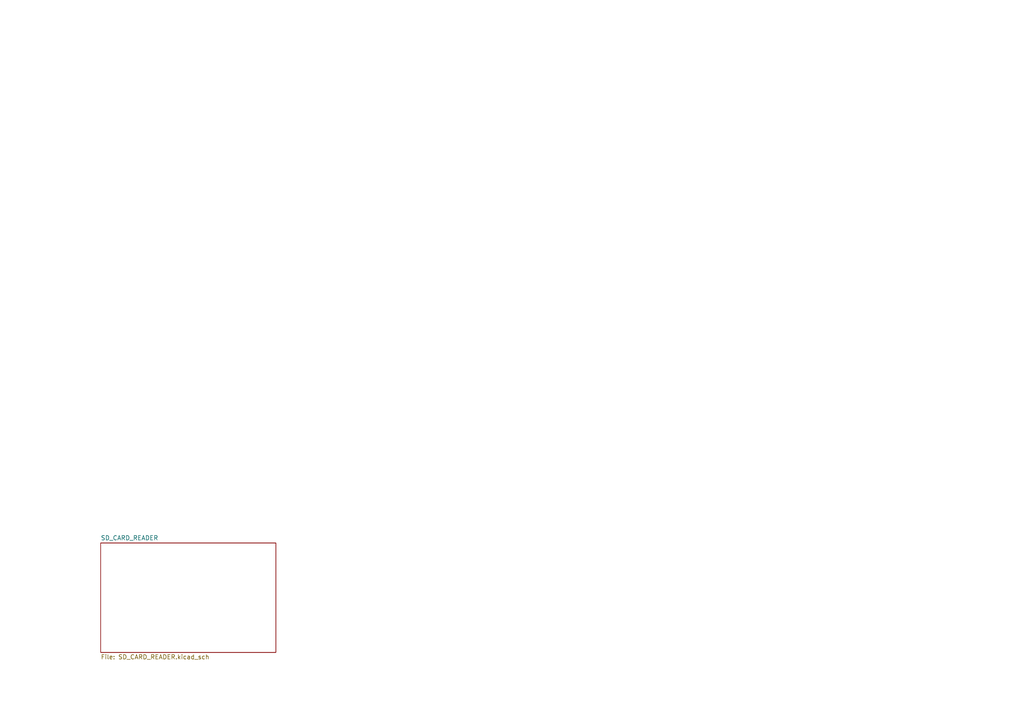
<source format=kicad_sch>
(kicad_sch
	(version 20231120)
	(generator "eeschema")
	(generator_version "8.0")
	(uuid "741ea02a-6ce8-439b-9a64-886027937b91")
	(paper "A4")
	(lib_symbols)
	(sheet
		(at 29.21 157.48)
		(size 50.8 31.75)
		(fields_autoplaced yes)
		(stroke
			(width 0.1524)
			(type solid)
		)
		(fill
			(color 0 0 0 0.0000)
		)
		(uuid "09a4d06e-2be5-4b00-9856-747a27f6e351")
		(property "Sheetname" "SD_CARD_READER"
			(at 29.21 156.7684 0)
			(effects
				(font
					(size 1.27 1.27)
				)
				(justify left bottom)
			)
		)
		(property "Sheetfile" "SD_CARD_READER.kicad_sch"
			(at 29.21 189.8146 0)
			(effects
				(font
					(size 1.27 1.27)
				)
				(justify left top)
			)
		)
		(instances
			(project "PCB_SOLEX_LOG"
				(path "/741ea02a-6ce8-439b-9a64-886027937b91"
					(page "2")
				)
			)
		)
	)
	(sheet_instances
		(path "/"
			(page "1")
		)
	)
)

</source>
